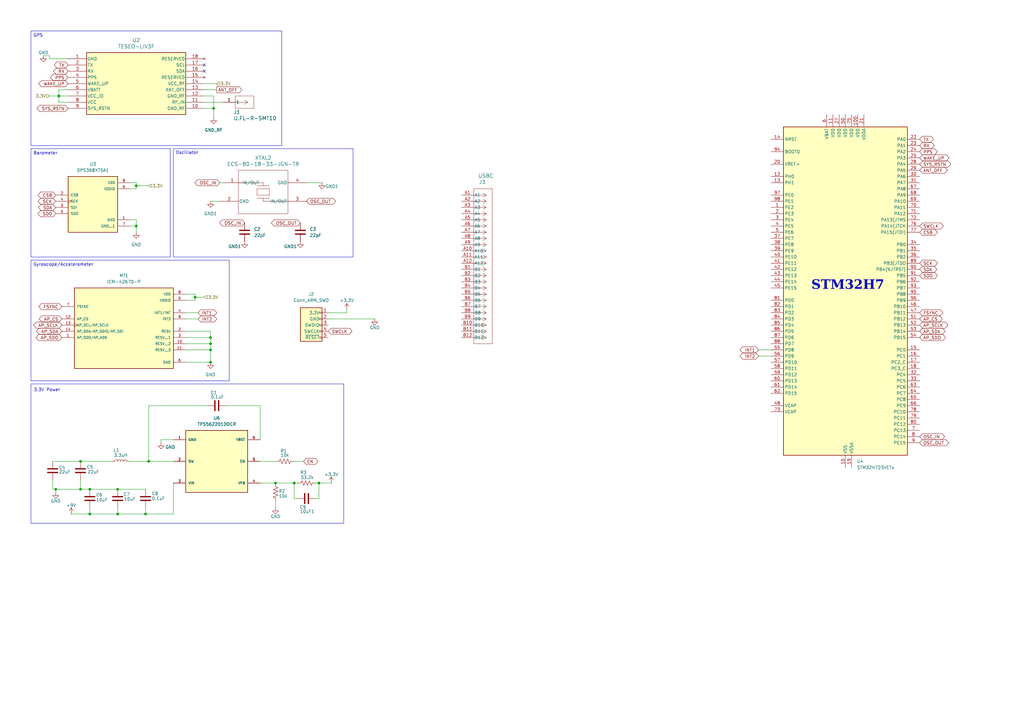
<source format=kicad_sch>
(kicad_sch (version 20250114) (generator "eeschema") (generator_version "9.0")
  (paper "A3")
  (lib_symbols
    (symbol "DPS368XTSA1:DPS368XTSA1" (pin_names (offset 1.016))
      (property "Reference" "U" (at -10.16 10.922 0))
      (property "Value" "DPS368XTSA1" (at -10.16 -15.24 0))
      (symbol "DPS368XTSA1_0_0"
        (rectangle (start -10.16 -12.7) (end 10.16 10.16) (stroke (width 0.254)) (fill (type background)))
        (pin input line (at -15.24 2.54 0) (length 5.08) (name "CSB") (number "2"))
        (pin input clock (at -15.24 0 0) (length 5.08) (name "SCK") (number "4"))
        (pin input line (at -15.24 -2.54 0) (length 5.08) (name "SDI") (number "3"))
        (pin output line (at -15.24 -5.08 0) (length 5.08) (name "SDO") (number "5"))
        (pin power_in line (at 15.24 7.62 180) (length 5.08) (name "VDD") (number "8"))
        (pin power_in line (at 15.24 5.08 180) (length 5.08) (name "VDDIO") (number "6"))
        (pin power_in line (at 15.24 -7.62 180) (length 5.08) (name "GND") (number "1"))
        (pin power_in line (at 15.24 -10.16 180) (length 5.08) (name "GND__1") (number "7"))
      )
    )
    (symbol "Device:C" (pin_numbers (hide yes)) (pin_names (offset 0.254))
      (property "Reference" "C" (at 0.635 2.54 0))
      (property "Value" "C" (at 0.635 -2.54 0))
      (symbol "C_0_1"
        (polyline (pts (xy -2.032 0.762) (xy 2.032 0.762)) (stroke (width 0.508)))
        (polyline (pts (xy -2.032 -0.762) (xy 2.032 -0.762)) (stroke (width 0.508)))
      )
      (symbol "C_1_1"
        (pin passive line (at 0 3.81 270) (length 2.794) (name "~") (number "1"))
        (pin passive line (at 0 -3.81 90) (length 2.794) (name "~") (number "2"))
      )
    )
    (symbol "Device:L" (pin_numbers (hide yes)) (pin_names (offset 1.016) (hide yes))
      (property "Reference" "L" (at -1.27 0 90))
      (property "Value" "L" (at 1.905 0 90))
      (symbol "L_0_1"
        (arc (start 0 2.54) (mid 0.6323 1.905) (end 0 1.27))
        (arc (start 0 1.27) (mid 0.6323 0.635) (end 0 0))
        (arc (start 0 0) (mid 0.6323 -0.635) (end 0 -1.27))
        (arc (start 0 -1.27) (mid 0.6323 -1.905) (end 0 -2.54))
      )
      (symbol "L_1_1"
        (pin passive line (at 0 3.81 270) (length 1.27) (name "1") (number "1"))
        (pin passive line (at 0 -3.81 90) (length 1.27) (name "2") (number "2"))
      )
    )
    (symbol "Device:R_US" (pin_numbers (hide yes)) (pin_names (offset 0))
      (property "Reference" "R" (at 2.54 0 90))
      (property "Value" "R_US" (at -2.54 0 90))
      (symbol "R_US_0_1"
        (polyline (pts (xy 0 2.286) (xy 0 2.54)))
        (polyline (pts (xy 0 2.286) (xy 1.016 1.905) (xy 0 1.524) (xy -1.016 1.143) (xy 0 0.762)))
        (polyline (pts (xy 0 0.762) (xy 1.016 0.381) (xy 0 0) (xy -1.016 -0.381) (xy 0 -0.762)))
        (polyline (pts (xy 0 -0.762) (xy 1.016 -1.143) (xy 0 -1.524) (xy -1.016 -1.905) (xy 0 -2.286)))
        (polyline (pts (xy 0 -2.286) (xy 0 -2.54)))
      )
      (symbol "R_US_1_1"
        (pin passive line (at 0 3.81 270) (length 1.27) (name "~") (number "1"))
        (pin passive line (at 0 -3.81 90) (length 1.27) (name "~") (number "2"))
      )
    )
    (symbol "ECS-80-18-33-JGN-TR_1" (pin_names (offset 0.254))
      (property "Reference" "XTAL" (at 17.78 10.16 0))
      (property "Value" "ECS-80-18-33-JGN-TR" (at 19.558 7.62 0))
      (symbol "ECS-80-18-33-JGN-TR_1_0_1"
        (polyline (pts (xy 7.62 5.08) (xy 7.62 -12.7)) (stroke (width 0.127)))
        (polyline (pts (xy 7.62 0) (xy 17.78 0)) (stroke (width 0.127)))
        (polyline (pts (xy 7.62 -12.7) (xy 27.94 -12.7)) (stroke (width 0.127)))
        (polyline (pts (xy 15.24 -1.27) (xy 20.32 -1.27)) (stroke (width 0.127)))
        (polyline (pts (xy 15.24 -2.54) (xy 15.24 -5.08)) (stroke (width 0.127)))
        (polyline (pts (xy 15.24 -2.54) (xy 20.32 -2.54)) (stroke (width 0.127)))
        (polyline (pts (xy 15.24 -5.08) (xy 20.32 -5.08)) (stroke (width 0.127)))
        (polyline (pts (xy 15.24 -6.35) (xy 20.32 -6.35)) (stroke (width 0.127)))
        (polyline (pts (xy 17.78 -1.27) (xy 17.78 0)) (stroke (width 0.127)))
        (polyline (pts (xy 17.78 -7.62) (xy 17.78 -6.35)) (stroke (width 0.127)))
        (polyline (pts (xy 20.32 -5.08) (xy 20.32 -2.54)) (stroke (width 0.127)))
        (polyline (pts (xy 27.94 5.08) (xy 7.62 5.08)) (stroke (width 0.127)))
        (polyline (pts (xy 27.94 -7.62) (xy 17.78 -7.62)) (stroke (width 0.127)))
        (polyline (pts (xy 27.94 -12.7) (xy 27.94 5.08)) (stroke (width 0.127)))
        (pin power_out line (at 0 -7.62 0) (length 7.62) (name "GND") (number "2"))
        (pin bidirectional line (at 1.27 0 0) (length 7.62) (name "IN/OUT") (number "1"))
      )
      (symbol "ECS-80-18-33-JGN-TR_1_1_1"
        (pin power_out line (at 35.56 0 180) (length 7.62) (name "GND") (number "4"))
        (pin bidirectional line (at 35.56 -7.62 180) (length 7.62) (name "IN/OUT") (number "3"))
      )
    )
    (symbol "ICM-42670-P:ICM-42670-P" (pin_names (offset 1.016))
      (property "Reference" "MT" (at -20.32 13.97 0))
      (property "Value" "ICM-42670-P" (at -20.32 -22.86 0))
      (symbol "ICM-42670-P_0_0"
        (rectangle (start -20.32 -20.32) (end 20.32 12.7) (stroke (width 0.254)) (fill (type background)))
        (pin input line (at -25.4 5.08 0) (length 5.08) (name "FSYNC") (number "7"))
        (pin input line (at -25.4 0 0) (length 5.08) (name "AP_CS") (number "12"))
        (pin input clock (at -25.4 -2.54 0) (length 5.08) (name "AP_SCL/AP_SCLK") (number "13"))
        (pin bidirectional line (at -25.4 -5.08 0) (length 5.08) (name "AP_SDA/AP_SDIO/AP_SDI") (number "14"))
        (pin bidirectional line (at -25.4 -7.62 0) (length 5.08) (name "AP_SDO/AP_AD0") (number "1"))
        (pin power_in line (at 25.4 10.16 180) (length 5.08) (name "VDD") (number "8"))
        (pin power_in line (at 25.4 7.62 180) (length 5.08) (name "VDDIO") (number "5"))
        (pin output line (at 25.4 2.54 180) (length 5.08) (name "INT1/INT") (number "4"))
        (pin output line (at 25.4 0 180) (length 5.08) (name "INT2") (number "9"))
        (pin passive line (at 25.4 -5.08 180) (length 5.08) (name "RESV") (number "2"))
        (pin passive line (at 25.4 -7.62 180) (length 5.08) (name "RESV__1") (number "3"))
        (pin passive line (at 25.4 -10.16 180) (length 5.08) (name "RESV__2") (number "10"))
        (pin passive line (at 25.4 -12.7 180) (length 5.08) (name "RESV__3") (number "11"))
        (pin power_in line (at 25.4 -17.78 180) (length 5.08) (name "GND") (number "6"))
      )
    )
    (symbol "MCU_ST_STM32H7:STM32H723VETx"
      (property "Reference" "U" (at -25.4 69.85 0))
      (property "Value" "STM32H723VETx" (at 10.16 69.85 0))
      (symbol "STM32H723VETx_0_1"
        (rectangle (start -25.4 -66.04) (end 25.4 68.58) (stroke (width 0.254)) (fill (type background)))
      )
      (symbol "STM32H723VETx_1_1"
        (pin input line (at -30.48 63.5 0) (length 5.08) (name "NRST") (number "14"))
        (pin input line (at -30.48 58.42 0) (length 5.08) (name "BOOT0") (number "94"))
        (pin input line (at -30.48 53.34 0) (length 5.08) (name "VREF+") (number "20"))
        (pin bidirectional line (at -30.48 48.26 0) (length 5.08) (name "PH0") (number "12"))
        (pin bidirectional line (at -30.48 45.72 0) (length 5.08) (name "PH1") (number "13"))
        (pin bidirectional line (at -30.48 40.64 0) (length 5.08) (name "PE0") (number "97"))
        (pin bidirectional line (at -30.48 38.1 0) (length 5.08) (name "PE1") (number "98"))
        (pin bidirectional line (at -30.48 35.56 0) (length 5.08) (name "PE2") (number "1"))
        (pin bidirectional line (at -30.48 33.02 0) (length 5.08) (name "PE3") (number "2"))
        (pin bidirectional line (at -30.48 30.48 0) (length 5.08) (name "PE4") (number "3"))
        (pin bidirectional line (at -30.48 27.94 0) (length 5.08) (name "PE5") (number "4"))
        (pin bidirectional line (at -30.48 25.4 0) (length 5.08) (name "PE6") (number "5"))
        (pin bidirectional line (at -30.48 22.86 0) (length 5.08) (name "PE7") (number "37"))
        (pin bidirectional line (at -30.48 20.32 0) (length 5.08) (name "PE8") (number "38"))
        (pin bidirectional line (at -30.48 17.78 0) (length 5.08) (name "PE9") (number "39"))
        (pin bidirectional line (at -30.48 15.24 0) (length 5.08) (name "PE10") (number "40"))
        (pin bidirectional line (at -30.48 12.7 0) (length 5.08) (name "PE11") (number "41"))
        (pin bidirectional line (at -30.48 10.16 0) (length 5.08) (name "PE12") (number "42"))
        (pin bidirectional line (at -30.48 7.62 0) (length 5.08) (name "PE13") (number "43"))
        (pin bidirectional line (at -30.48 5.08 0) (length 5.08) (name "PE14") (number "44"))
        (pin bidirectional line (at -30.48 2.54 0) (length 5.08) (name "PE15") (number "45"))
        (pin bidirectional line (at -30.48 -2.54 0) (length 5.08) (name "PD0") (number "81"))
        (pin bidirectional line (at -30.48 -5.08 0) (length 5.08) (name "PD1") (number "82"))
        (pin bidirectional line (at -30.48 -7.62 0) (length 5.08) (name "PD2") (number "83"))
        (pin bidirectional line (at -30.48 -10.16 0) (length 5.08) (name "PD3") (number "84"))
        (pin bidirectional line (at -30.48 -12.7 0) (length 5.08) (name "PD4") (number "85"))
        (pin bidirectional line (at -30.48 -15.24 0) (length 5.08) (name "PD5") (number "86"))
        (pin bidirectional line (at -30.48 -17.78 0) (length 5.08) (name "PD6") (number "87"))
        (pin bidirectional line (at -30.48 -20.32 0) (length 5.08) (name "PD7") (number "88"))
        (pin bidirectional line (at -30.48 -22.86 0) (length 5.08) (name "PD8") (number "55"))
        (pin bidirectional line (at -30.48 -25.4 0) (length 5.08) (name "PD9") (number "56"))
        (pin bidirectional line (at -30.48 -27.94 0) (length 5.08) (name "PD10") (number "57"))
        (pin bidirectional line (at -30.48 -30.48 0) (length 5.08) (name "PD11") (number "58"))
        (pin bidirectional line (at -30.48 -33.02 0) (length 5.08) (name "PD12") (number "59"))
        (pin bidirectional line (at -30.48 -35.56 0) (length 5.08) (name "PD13") (number "60"))
        (pin bidirectional line (at -30.48 -38.1 0) (length 5.08) (name "PD14") (number "61"))
        (pin bidirectional line (at -30.48 -40.64 0) (length 5.08) (name "PD15") (number "62"))
        (pin power_out line (at -30.48 -45.72 0) (length 5.08) (name "VCAP") (number "48"))
        (pin power_out line (at -30.48 -48.26 0) (length 5.08) (name "VCAP") (number "73"))
        (pin power_in line (at -7.62 73.66 270) (length 5.08) (name "VBAT") (number "6"))
        (pin power_in line (at -5.08 73.66 270) (length 5.08) (name "VDD") (number "11"))
        (pin power_in line (at -2.54 73.66 270) (length 5.08) (name "VDD") (number "27"))
        (pin power_in line (at 0 73.66 270) (length 5.08) (name "VDD") (number "50"))
        (pin power_in line (at 0 -71.12 90) (length 5.08) (name "VSS") (number "10"))
        (pin passive line (at 0 -71.12 90) (length 5.08) (hide yes) (name "VSS") (number "26"))
        (pin passive line (at 0 -71.12 90) (length 5.08) (hide yes) (name "VSS") (number "49"))
        (pin passive line (at 0 -71.12 90) (length 5.08) (hide yes) (name "VSS") (number "74"))
        (pin passive line (at 0 -71.12 90) (length 5.08) (hide yes) (name "VSS") (number "99"))
        (pin power_in line (at 2.54 73.66 270) (length 5.08) (name "VDD") (number "75"))
        (pin power_in line (at 2.54 -71.12 90) (length 5.08) (name "VSSA") (number "19"))
        (pin power_in line (at 5.08 73.66 270) (length 5.08) (name "VDD") (number "100"))
        (pin power_in line (at 7.62 73.66 270) (length 5.08) (name "VDDA") (number "21"))
        (pin bidirectional line (at 30.48 63.5 180) (length 5.08) (name "PA0") (number "22"))
        (pin bidirectional line (at 30.48 60.96 180) (length 5.08) (name "PA1") (number "23"))
        (pin bidirectional line (at 30.48 58.42 180) (length 5.08) (name "PA2") (number "24"))
        (pin bidirectional line (at 30.48 55.88 180) (length 5.08) (name "PA3") (number "25"))
        (pin bidirectional line (at 30.48 53.34 180) (length 5.08) (name "PA4") (number "28"))
        (pin bidirectional line (at 30.48 50.8 180) (length 5.08) (name "PA5") (number "29"))
        (pin bidirectional line (at 30.48 48.26 180) (length 5.08) (name "PA6") (number "30"))
        (pin bidirectional line (at 30.48 45.72 180) (length 5.08) (name "PA7") (number "31"))
        (pin bidirectional line (at 30.48 43.18 180) (length 5.08) (name "PA8") (number "67"))
        (pin bidirectional line (at 30.48 40.64 180) (length 5.08) (name "PA9") (number "68"))
        (pin bidirectional line (at 30.48 38.1 180) (length 5.08) (name "PA10") (number "69"))
        (pin bidirectional line (at 30.48 35.56 180) (length 5.08) (name "PA11") (number "70"))
        (pin bidirectional line (at 30.48 33.02 180) (length 5.08) (name "PA12") (number "71"))
        (pin bidirectional line (at 30.48 30.48 180) (length 5.08) (name "PA13(JTMS") (number "72"))
        (pin bidirectional line (at 30.48 27.94 180) (length 5.08) (name "PA14(JTCK") (number "76"))
        (pin bidirectional line (at 30.48 25.4 180) (length 5.08) (name "PA15(JTDI)") (number "77"))
        (pin bidirectional line (at 30.48 20.32 180) (length 5.08) (name "PB0") (number "34"))
        (pin bidirectional line (at 30.48 17.78 180) (length 5.08) (name "PB1") (number "35"))
        (pin bidirectional line (at 30.48 15.24 180) (length 5.08) (name "PB2") (number "36"))
        (pin bidirectional line (at 30.48 12.7 180) (length 5.08) (name "PB3(JTDO") (number "89"))
        (pin bidirectional line (at 30.48 10.16 180) (length 5.08) (name "PB4(NJTRST)") (number "90"))
        (pin bidirectional line (at 30.48 7.62 180) (length 5.08) (name "PB5") (number "91"))
        (pin bidirectional line (at 30.48 5.08 180) (length 5.08) (name "PB6") (number "92"))
        (pin bidirectional line (at 30.48 2.54 180) (length 5.08) (name "PB7") (number "93"))
        (pin bidirectional line (at 30.48 0 180) (length 5.08) (name "PB8") (number "95"))
        (pin bidirectional line (at 30.48 -2.54 180) (length 5.08) (name "PB9") (number "96"))
        (pin bidirectional line (at 30.48 -5.08 180) (length 5.08) (name "PB10") (number "46"))
        (pin bidirectional line (at 30.48 -7.62 180) (length 5.08) (name "PB11") (number "47"))
        (pin bidirectional line (at 30.48 -10.16 180) (length 5.08) (name "PB12") (number "51"))
        (pin bidirectional line (at 30.48 -12.7 180) (length 5.08) (name "PB13") (number "52"))
        (pin bidirectional line (at 30.48 -15.24 180) (length 5.08) (name "PB14") (number "53"))
        (pin bidirectional line (at 30.48 -17.78 180) (length 5.08) (name "PB15") (number "54"))
        (pin bidirectional line (at 30.48 -22.86 180) (length 5.08) (name "PC0") (number "15"))
        (pin bidirectional line (at 30.48 -25.4 180) (length 5.08) (name "PC1") (number "16"))
        (pin bidirectional line (at 30.48 -27.94 180) (length 5.08) (name "PC2_C") (number "17"))
        (pin bidirectional line (at 30.48 -30.48 180) (length 5.08) (name "PC3_C") (number "18"))
        (pin bidirectional line (at 30.48 -33.02 180) (length 5.08) (name "PC4") (number "32"))
        (pin bidirectional line (at 30.48 -35.56 180) (length 5.08) (name "PC5") (number "33"))
        (pin bidirectional line (at 30.48 -38.1 180) (length 5.08) (name "PC6") (number "63"))
        (pin bidirectional line (at 30.48 -40.64 180) (length 5.08) (name "PC7") (number "64"))
        (pin bidirectional line (at 30.48 -43.18 180) (length 5.08) (name "PC8") (number "65"))
        (pin bidirectional line (at 30.48 -45.72 180) (length 5.08) (name "PC9") (number "66"))
        (pin bidirectional line (at 30.48 -48.26 180) (length 5.08) (name "PC10") (number "78"))
        (pin bidirectional line (at 30.48 -50.8 180) (length 5.08) (name "PC11") (number "79"))
        (pin bidirectional line (at 30.48 -53.34 180) (length 5.08) (name "PC12") (number "80"))
        (pin bidirectional line (at 30.48 -55.88 180) (length 5.08) (name "PC13") (number "7"))
        (pin bidirectional line (at 30.48 -58.42 180) (length 5.08) (name "PC14") (number "8"))
        (pin bidirectional line (at 30.48 -60.96 180) (length 5.08) (name "PC15") (number "9"))
      )
    )
    (symbol "SWD:Conn_ARM_JTAG_SWD_10" (pin_names (offset 1.016))
      (property "Reference" "J" (at 0.762 15.748 0))
      (property "Value" "Conn_ARM_SWD" (at 0.762 13.208 0))
      (symbol "Conn_ARM_JTAG_SWD_10_0_1"
        (rectangle (start -13.97 10.922) (end -5.08 -2.794) (stroke (width 0.254)) (fill (type background)))
        (rectangle (start -6.096 6.604) (end -5.08 6.096))
        (rectangle (start -6.096 3.556) (end -5.08 4.064))
        (rectangle (start -6.096 -1.016) (end -5.08 -1.524))
        (rectangle (start -5.08 9.144) (end -6.096 8.636))
        (rectangle (start -5.08 1.016) (end -6.096 1.524))
      )
      (symbol "Conn_ARM_JTAG_SWD_10_1_1"
        (pin power_in line (at -2.54 8.89 180) (length 2.54) (name "3.3V") (number "1"))
        (pin power_in line (at -2.54 6.35 180) (length 2.54) (name "GND") (number "2"))
        (pin output line (at -2.54 3.81 180) (length 2.54) (name "SWDIO") (number "3"))
        (pin bidirectional line (at -2.54 1.27 180) (length 2.54) (name "SWCLK") (number "4"))
        (pin open_collector line (at -2.54 -1.27 180) (length 2.54) (name "~{RESET}") (number "5"))
      )
    )
    (symbol "TESEO-LIV3F:TESEO-LIV3F" (pin_names (offset 0.254))
      (property "Reference" "U" (at 27.94 10.16 0))
      (property "Value" "TESEO-LIV3F" (at 27.94 7.62 0))
      (symbol "TESEO-LIV3F_0_1"
        (pin power_out line (at 0 0 0) (length 7.62) (name "GND") (number "1"))
        (pin output line (at 0 -2.54 0) (length 7.62) (name "TX") (number "2"))
        (pin input line (at 0 -5.08 0) (length 7.62) (name "RX") (number "3"))
        (pin output line (at 0 -7.62 0) (length 7.62) (name "PPS") (number "4"))
        (pin input line (at 0 -10.16 0) (length 7.62) (name "WAKE_UP") (number "5"))
        (pin power_in line (at 0 -12.7 0) (length 7.62) (name "VBATT") (number "6"))
        (pin power_in line (at 0 -15.24 0) (length 7.62) (name "VCC_IO") (number "7"))
        (pin power_in line (at 0 -17.78 0) (length 7.62) (name "VCC") (number "8"))
        (pin input line (at 0 -20.32 0) (length 7.62) (name "SYS_RSTN") (number "9"))
        (pin no_connect line (at 55.88 0 180) (length 7.62) (name "RESERVED") (number "18"))
        (pin bidirectional line (at 55.88 -2.54 180) (length 7.62) (name "SCL") (number "17"))
        (pin bidirectional line (at 55.88 -5.08 180) (length 7.62) (name "SDA") (number "16"))
        (pin no_connect line (at 55.88 -7.62 180) (length 7.62) (name "RESERVED") (number "15"))
        (pin output line (at 55.88 -10.16 180) (length 7.62) (name "VCC_RF") (number "14"))
        (pin output line (at 55.88 -12.7 180) (length 7.62) (name "ANT_OFF") (number "13"))
        (pin power_out line (at 55.88 -15.24 180) (length 7.62) (name "GND_RF") (number "12"))
        (pin input line (at 55.88 -17.78 180) (length 7.62) (name "RF_IN") (number "11"))
        (pin power_out line (at 55.88 -20.32 180) (length 7.62) (name "GND_RF") (number "10"))
      )
      (symbol "TESEO-LIV3F_1_1"
        (rectangle (start 7.62 2.54) (end 48.26 -22.86) (stroke (width 0.254)) (fill (type background)))
      )
    )
    (symbol "TPS562201DDCR_1" (pin_names (offset 1.016))
      (property "Reference" "U" (at -12.7 13.7 0))
      (property "Value" "TPS562201DDCR" (at -12.7 -16.7 0))
      (symbol "TPS562201DDCR_1_0_0"
        (rectangle (start -12.7 12.7) (end 12.7 -12.7) (stroke (width 0.254)) (fill (type background)))
        (pin power_in line (at -17.78 8.89 0) (length 5.08) (name "GND") (number "1"))
        (pin bidirectional line (at -17.78 0 0) (length 5.08) (name "SW") (number "2"))
        (pin power_in line (at -17.78 -8.89 0) (length 5.08) (name "VIN") (number "3"))
        (pin input line (at 17.78 8.89 180) (length 5.08) (name "VBST") (number "6"))
        (pin input line (at 17.78 0 180) (length 5.08) (name "EN") (number "5"))
        (pin input line (at 17.78 -8.89 180) (length 5.08) (name "VFB") (number "4"))
      )
    )
    (symbol "U.FL_CONN_v.UL:U.FL-R-SMT10" (pin_names (offset 0.254))
      (property "Reference" "J" (at 8.89 4.318 0))
      (property "Value" "U.FL-R-SMT10" (at 0.254 9.144 0))
      (symbol "U.FL-R-SMT10_1_1"
        (polyline (pts (xy 5.08 2.54) (xy 5.08 -2.54)) (stroke (width 0.127)))
        (polyline (pts (xy 5.08 -2.54) (xy 12.7 -2.54)) (stroke (width 0.127)))
        (polyline (pts (xy 10.16 0) (xy 5.08 0)) (stroke (width 0.127)))
        (polyline (pts (xy 10.16 0) (xy 8.89 0.8467)) (stroke (width 0.127)))
        (polyline (pts (xy 10.16 0) (xy 8.89 -0.8467)) (stroke (width 0.127)))
        (polyline (pts (xy 12.7 2.54) (xy 5.08 2.54)) (stroke (width 0.127)))
        (polyline (pts (xy 12.7 -2.54) (xy 12.7 2.54)) (stroke (width 0.127)))
        (pin unspecified line (at 0 0 0) (length 5.08) (name "1") (number "1"))
      )
      (symbol "U.FL-R-SMT10_1_2"
        (polyline (pts (xy 5.08 2.54) (xy 5.08 -2.54)) (stroke (width 0.127)))
        (polyline (pts (xy 5.08 -2.54) (xy 12.7 -2.54)) (stroke (width 0.127)))
        (polyline (pts (xy 7.62 0) (xy 5.08 0)) (stroke (width 0.127)))
        (polyline (pts (xy 7.62 0) (xy 8.89 0.8467)) (stroke (width 0.127)))
        (polyline (pts (xy 7.62 0) (xy 8.89 -0.8467)) (stroke (width 0.127)))
        (polyline (pts (xy 12.7 2.54) (xy 5.08 2.54)) (stroke (width 0.127)))
        (polyline (pts (xy 12.7 -2.54) (xy 12.7 2.54)) (stroke (width 0.127)))
        (pin unspecified line (at 0 0 0) (length 5.08) (name "1") (number "1"))
      )
    )
    (symbol "power:+3.3V" (power) (pin_numbers (hide yes)) (pin_names (offset 0) (hide yes))
      (property "Value" "+3.3V" (at 0 3.556 0))
      (symbol "+3.3V_0_1"
        (polyline (pts (xy -0.762 1.27) (xy 0 2.54)))
        (polyline (pts (xy 0 2.54) (xy 0.762 1.27)))
        (polyline (pts (xy 0 0) (xy 0 2.54)))
      )
      (symbol "+3.3V_1_1"
        (pin power_in line (at 0 0 90) (length 0) (name "~") (number "1"))
      )
    )
    (symbol "power:+9V" (power) (pin_numbers (hide yes)) (pin_names (offset 0) (hide yes))
      (property "Value" "+9V" (at 0 3.556 0))
      (symbol "+9V_0_1"
        (polyline (pts (xy -0.762 1.27) (xy 0 2.54)))
        (polyline (pts (xy 0 2.54) (xy 0.762 1.27)))
        (polyline (pts (xy 0 0) (xy 0 2.54)))
      )
      (symbol "+9V_1_1"
        (pin power_in line (at 0 0 90) (length 0) (name "~") (number "1"))
      )
    )
    (symbol "power:GND" (power) (pin_numbers (hide yes)) (pin_names (offset 0) (hide yes))
      (property "Value" "GND" (at 0 -3.81 0))
      (symbol "GND_0_1"
        (polyline (pts (xy 0 0) (xy 0 -1.27) (xy 1.27 -1.27) (xy 0 -2.54) (xy -1.27 -1.27) (xy 0 -1.27)))
      )
      (symbol "GND_1_1"
        (pin power_in line (at 0 0 270) (length 0) (name "~") (number "1"))
      )
    )
    (symbol "power:GND1" (power) (pin_numbers (hide yes)) (pin_names (offset 0) (hide yes))
      (property "Value" "GND1" (at 0 -3.81 0))
      (symbol "GND1_0_1"
        (polyline (pts (xy 0 0) (xy 0 -1.27) (xy 1.27 -1.27) (xy 0 -2.54) (xy -1.27 -1.27) (xy 0 -1.27)))
      )
      (symbol "GND1_1_1"
        (pin power_in line (at 0 0 270) (length 0) (name "~") (number "1"))
      )
    )
    (symbol "usbc:1054500101" (pin_names (offset 0.254))
      (property "Reference" "J" (at 8.89 6.35 0))
      (property "Value" "1054500101" (at 1.016 4.826 0))
      (symbol "1054500101_0_1"
        (polyline (pts (xy 5.08 2.54) (xy 5.08 -60.96)) (stroke (width 0.127)))
        (polyline (pts (xy 5.08 -60.96) (xy 12.7 -60.96)) (stroke (width 0.127)))
        (polyline (pts (xy 10.16 0) (xy 5.08 0)) (stroke (width 0.127)))
        (polyline (pts (xy 10.16 0) (xy 8.89 0.8467)) (stroke (width 0.127)))
        (polyline (pts (xy 10.16 0) (xy 8.89 -0.8467)) (stroke (width 0.127)))
        (polyline (pts (xy 10.16 -2.54) (xy 5.08 -2.54)) (stroke (width 0.127)))
        (polyline (pts (xy 10.16 -2.54) (xy 8.89 -1.6933)) (stroke (width 0.127)))
        (polyline (pts (xy 10.16 -2.54) (xy 8.89 -3.3867)) (stroke (width 0.127)))
        (polyline (pts (xy 10.16 -5.08) (xy 5.08 -5.08)) (stroke (width 0.127)))
        (polyline (pts (xy 10.16 -5.08) (xy 8.89 -4.2333)) (stroke (width 0.127)))
        (polyline (pts (xy 10.16 -5.08) (xy 8.89 -5.9267)) (stroke (width 0.127)))
        (polyline (pts (xy 10.16 -7.62) (xy 5.08 -7.62)) (stroke (width 0.127)))
        (polyline (pts (xy 10.16 -7.62) (xy 8.89 -6.7733)) (stroke (width 0.127)))
        (polyline (pts (xy 10.16 -7.62) (xy 8.89 -8.4667)) (stroke (width 0.127)))
        (polyline (pts (xy 10.16 -10.16) (xy 5.08 -10.16)) (stroke (width 0.127)))
        (polyline (pts (xy 10.16 -10.16) (xy 8.89 -9.3133)) (stroke (width 0.127)))
        (polyline (pts (xy 10.16 -10.16) (xy 8.89 -11.0067)) (stroke (width 0.127)))
        (polyline (pts (xy 10.16 -12.7) (xy 5.08 -12.7)) (stroke (width 0.127)))
        (polyline (pts (xy 10.16 -12.7) (xy 8.89 -11.8533)) (stroke (width 0.127)))
        (polyline (pts (xy 10.16 -12.7) (xy 8.89 -13.5467)) (stroke (width 0.127)))
        (polyline (pts (xy 10.16 -15.24) (xy 5.08 -15.24)) (stroke (width 0.127)))
        (polyline (pts (xy 10.16 -15.24) (xy 8.89 -14.3933)) (stroke (width 0.127)))
        (polyline (pts (xy 10.16 -15.24) (xy 8.89 -16.0867)) (stroke (width 0.127)))
        (polyline (pts (xy 10.16 -17.78) (xy 5.08 -17.78)) (stroke (width 0.127)))
        (polyline (pts (xy 10.16 -17.78) (xy 8.89 -16.9333)) (stroke (width 0.127)))
        (polyline (pts (xy 10.16 -17.78) (xy 8.89 -18.6267)) (stroke (width 0.127)))
        (polyline (pts (xy 10.16 -20.32) (xy 5.08 -20.32)) (stroke (width 0.127)))
        (polyline (pts (xy 10.16 -20.32) (xy 8.89 -19.4733)) (stroke (width 0.127)))
        (polyline (pts (xy 10.16 -20.32) (xy 8.89 -21.1667)) (stroke (width 0.127)))
        (polyline (pts (xy 10.16 -22.86) (xy 5.08 -22.86)) (stroke (width 0.127)))
        (polyline (pts (xy 10.16 -22.86) (xy 8.89 -22.0133)) (stroke (width 0.127)))
        (polyline (pts (xy 10.16 -22.86) (xy 8.89 -23.7067)) (stroke (width 0.127)))
        (polyline (pts (xy 10.16 -25.4) (xy 5.08 -25.4)) (stroke (width 0.127)))
        (polyline (pts (xy 10.16 -25.4) (xy 8.89 -24.5533)) (stroke (width 0.127)))
        (polyline (pts (xy 10.16 -25.4) (xy 8.89 -26.2467)) (stroke (width 0.127)))
        (polyline (pts (xy 10.16 -27.94) (xy 5.08 -27.94)) (stroke (width 0.127)))
        (polyline (pts (xy 10.16 -27.94) (xy 8.89 -27.0933)) (stroke (width 0.127)))
        (polyline (pts (xy 10.16 -27.94) (xy 8.89 -28.7867)) (stroke (width 0.127)))
        (polyline (pts (xy 10.16 -30.48) (xy 5.08 -30.48)) (stroke (width 0.127)))
        (polyline (pts (xy 10.16 -30.48) (xy 8.89 -29.6333)) (stroke (width 0.127)))
        (polyline (pts (xy 10.16 -30.48) (xy 8.89 -31.3267)) (stroke (width 0.127)))
        (polyline (pts (xy 10.16 -33.02) (xy 5.08 -33.02)) (stroke (width 0.127)))
        (polyline (pts (xy 10.16 -33.02) (xy 8.89 -32.1733)) (stroke (width 0.127)))
        (polyline (pts (xy 10.16 -33.02) (xy 8.89 -33.8667)) (stroke (width 0.127)))
        (polyline (pts (xy 10.16 -35.56) (xy 5.08 -35.56)) (stroke (width 0.127)))
        (polyline (pts (xy 10.16 -35.56) (xy 8.89 -34.7133)) (stroke (width 0.127)))
        (polyline (pts (xy 10.16 -35.56) (xy 8.89 -36.4067)) (stroke (width 0.127)))
        (polyline (pts (xy 10.16 -38.1) (xy 5.08 -38.1)) (stroke (width 0.127)))
        (polyline (pts (xy 10.16 -38.1) (xy 8.89 -37.2533)) (stroke (width 0.127)))
        (polyline (pts (xy 10.16 -38.1) (xy 8.89 -38.9467)) (stroke (width 0.127)))
        (polyline (pts (xy 10.16 -40.64) (xy 5.08 -40.64)) (stroke (width 0.127)))
        (polyline (pts (xy 10.16 -40.64) (xy 8.89 -39.7933)) (stroke (width 0.127)))
        (polyline (pts (xy 10.16 -40.64) (xy 8.89 -41.4867)) (stroke (width 0.127)))
        (polyline (pts (xy 10.16 -43.18) (xy 5.08 -43.18)) (stroke (width 0.127)))
        (polyline (pts (xy 10.16 -43.18) (xy 8.89 -42.3333)) (stroke (width 0.127)))
        (polyline (pts (xy 10.16 -43.18) (xy 8.89 -44.0267)) (stroke (width 0.127)))
        (polyline (pts (xy 10.16 -45.72) (xy 5.08 -45.72)) (stroke (width 0.127)))
        (polyline (pts (xy 10.16 -45.72) (xy 8.89 -44.8733)) (stroke (width 0.127)))
        (polyline (pts (xy 10.16 -45.72) (xy 8.89 -46.5667)) (stroke (width 0.127)))
        (polyline (pts (xy 10.16 -48.26) (xy 5.08 -48.26)) (stroke (width 0.127)))
        (polyline (pts (xy 10.16 -48.26) (xy 8.89 -47.4133)) (stroke (width 0.127)))
        (polyline (pts (xy 10.16 -48.26) (xy 8.89 -49.1067)) (stroke (width 0.127)))
        (polyline (pts (xy 10.16 -50.8) (xy 5.08 -50.8)) (stroke (width 0.127)))
        (polyline (pts (xy 10.16 -50.8) (xy 8.89 -49.9533)) (stroke (width 0.127)))
        (polyline (pts (xy 10.16 -50.8) (xy 8.89 -51.6467)) (stroke (width 0.127)))
        (polyline (pts (xy 10.16 -53.34) (xy 5.08 -53.34)) (stroke (width 0.127)))
        (polyline (pts (xy 10.16 -53.34) (xy 8.89 -52.4933)) (stroke (width 0.127)))
        (polyline (pts (xy 10.16 -53.34) (xy 8.89 -54.1867)) (stroke (width 0.127)))
        (polyline (pts (xy 10.16 -55.88) (xy 5.08 -55.88)) (stroke (width 0.127)))
        (polyline (pts (xy 10.16 -55.88) (xy 8.89 -55.0333)) (stroke (width 0.127)))
        (polyline (pts (xy 10.16 -55.88) (xy 8.89 -56.7267)) (stroke (width 0.127)))
        (polyline (pts (xy 10.16 -58.42) (xy 5.08 -58.42)) (stroke (width 0.127)))
        (polyline (pts (xy 10.16 -58.42) (xy 8.89 -57.5733)) (stroke (width 0.127)))
        (polyline (pts (xy 10.16 -58.42) (xy 8.89 -59.2667)) (stroke (width 0.127)))
        (polyline (pts (xy 12.7 2.54) (xy 5.08 2.54)) (stroke (width 0.127)))
        (polyline (pts (xy 12.7 -60.96) (xy 12.7 2.54)) (stroke (width 0.127)))
        (pin unspecified line (at 0 0 0) (length 5.08) (name "A1") (number "A1"))
        (pin unspecified line (at 0 -2.54 0) (length 5.08) (name "A2") (number "A2"))
        (pin unspecified line (at 0 -5.08 0) (length 5.08) (name "A3") (number "A3"))
        (pin unspecified line (at 0 -7.62 0) (length 5.08) (name "A4") (number "A4"))
        (pin unspecified line (at 0 -10.16 0) (length 5.08) (name "A5") (number "A5"))
        (pin unspecified line (at 0 -12.7 0) (length 5.08) (name "A6") (number "A6"))
        (pin unspecified line (at 0 -15.24 0) (length 5.08) (name "A7") (number "A7"))
        (pin unspecified line (at 0 -17.78 0) (length 5.08) (name "A8") (number "A8"))
        (pin unspecified line (at 0 -20.32 0) (length 5.08) (name "A9") (number "A9"))
        (pin unspecified line (at 0 -22.86 0) (length 5.08) (name "A10") (number "A10"))
        (pin unspecified line (at 0 -25.4 0) (length 5.08) (name "A11") (number "A11"))
        (pin unspecified line (at 0 -27.94 0) (length 5.08) (name "A12") (number "A12"))
        (pin unspecified line (at 0 -30.48 0) (length 5.08) (name "B1") (number "B1"))
        (pin unspecified line (at 0 -33.02 0) (length 5.08) (name "B2") (number "B2"))
        (pin unspecified line (at 0 -35.56 0) (length 5.08) (name "B3") (number "B3"))
        (pin unspecified line (at 0 -38.1 0) (length 5.08) (name "B4") (number "B4"))
        (pin unspecified line (at 0 -40.64 0) (length 5.08) (name "B5") (number "B5"))
        (pin unspecified line (at 0 -43.18 0) (length 5.08) (name "B6") (number "B6"))
        (pin unspecified line (at 0 -45.72 0) (length 5.08) (name "B7") (number "B7"))
        (pin unspecified line (at 0 -48.26 0) (length 5.08) (name "B8") (number "B8"))
        (pin unspecified line (at 0 -50.8 0) (length 5.08) (name "B9") (number "B9"))
        (pin unspecified line (at 0 -53.34 0) (length 5.08) (name "B10") (number "B10"))
        (pin unspecified line (at 0 -55.88 0) (length 5.08) (name "B11") (number "B11"))
        (pin unspecified line (at 0 -58.42 0) (length 5.08) (name "B12") (number "B12"))
      )
    )
  )
  (rectangle (start 71.12 60.96) (end 144.78 105.41))
  (rectangle (start 12.7 157.48) (end 140.97 214.63))
  (text "3.3V Power\n" (at 19.304 160.02 0) (effects (font (size 1.27 1.27))))
  (text "STM32H7" (at 347.726 118.11 0) (effects (font (size 3.81 3.81) (bold yes))))
  (text "Oscillator\n" (at 76.708 62.738 0) (effects (font (size 1.27 1.27))))
  (text_box "GPS\n" (at 12.7 12.7 0) (size 102.87 46.99) (margins 0.9525 0.9525 0.9525 0.9525) (effects (font (size 1.27 1.27)) (justify left top)))
  (text_box "Barometer\n" (at 12.7 60.96 0) (size 57.15 44.45) (margins 0.9525 0.9525 0.9525 0.9525) (effects (font (size 1.27 1.27)) (justify left top)))
  (text_box "Gyroscope/Accelerometer\n" (at 12.7 106.68 0) (size 81.28 49.53) (margins 0.9525 0.9525 0.9525 0.9525) (effects (font (size 1.27 1.27)) (justify left top)))
  (junction (at 130.81 198.12))
  (junction (at 113.03 198.12))
  (junction (at 55.88 92.71))
  (junction (at 59.69 210.82))
  (junction (at 80.01 121.92))
  (junction (at 120.65 198.12))
  (junction (at 22.86 200.66))
  (junction (at 60.96 189.23))
  (junction (at 24.13 39.37))
  (junction (at 87.63 44.45))
  (junction (at 33.02 189.23))
  (junction (at 48.26 200.66))
  (junction (at 33.02 200.66))
  (junction (at 36.83 210.82))
  (junction (at 48.26 210.82))
  (junction (at 86.36 138.43))
  (junction (at 86.36 148.59))
  (junction (at 36.83 200.66))
  (junction (at 86.36 143.51))
  (junction (at 55.88 76.2))
  (junction (at 86.36 140.97))
  (no_connect (at 83.82 29.21))
  (no_connect (at 83.82 26.67))
  (wire (pts (xy 76.2 138.43) (xy 86.36 138.43)))
  (wire (pts (xy 83.82 44.45) (xy 87.63 44.45)))
  (wire (pts (xy 106.68 180.34) (xy 106.68 166.37)))
  (wire (pts (xy 53.34 74.93) (xy 55.88 74.93)))
  (wire (pts (xy 83.82 39.37) (xy 87.63 39.37)))
  (wire (pts (xy 86.36 140.97) (xy 86.36 143.51)))
  (wire (pts (xy 106.68 198.12) (xy 113.03 198.12)))
  (wire (pts (xy 20.32 24.13) (xy 27.94 24.13)))
  (wire (pts (xy 66.04 180.34) (xy 66.04 181.61)))
  (wire (pts (xy 59.69 208.28) (xy 59.69 210.82)))
  (wire (pts (xy 76.2 123.19) (xy 80.01 123.19)))
  (wire (pts (xy 80.01 121.92) (xy 83.82 121.92)))
  (wire (pts (xy 21.59 200.66) (xy 22.86 200.66)))
  (wire (pts (xy 22.86 200.66) (xy 33.02 200.66)))
  (wire (pts (xy 142.24 128.27) (xy 142.24 127)))
  (wire (pts (xy 36.83 210.82) (xy 48.26 210.82)))
  (wire (pts (xy 33.02 200.66) (xy 36.83 200.66)))
  (wire (pts (xy 83.82 41.91) (xy 91.44 41.91)))
  (wire (pts (xy 55.88 92.71) (xy 55.88 95.25)))
  (wire (pts (xy 48.26 200.66) (xy 59.69 200.66)))
  (wire (pts (xy 134.62 128.27) (xy 142.24 128.27)))
  (wire (pts (xy 125.73 74.93) (xy 132.08 74.93)))
  (wire (pts (xy 86.36 82.55) (xy 90.17 82.55)))
  (wire (pts (xy 24.13 41.91) (xy 27.94 41.91)))
  (wire (pts (xy 76.2 148.59) (xy 86.36 148.59)))
  (wire (pts (xy 71.12 180.34) (xy 66.04 180.34)))
  (wire (pts (xy 120.65 189.23) (xy 124.46 189.23)))
  (wire (pts (xy 24.13 39.37) (xy 27.94 39.37)))
  (wire (pts (xy 55.88 77.47) (xy 55.88 76.2)))
  (wire (pts (xy 21.59 189.23) (xy 33.02 189.23)))
  (wire (pts (xy 106.68 189.23) (xy 113.03 189.23)))
  (wire (pts (xy 24.13 39.37) (xy 24.13 41.91)))
  (wire (pts (xy 53.34 90.17) (xy 55.88 90.17)))
  (wire (pts (xy 76.2 130.81) (xy 81.28 130.81)))
  (wire (pts (xy 20.32 22.86) (xy 20.32 24.13)))
  (wire (pts (xy 120.65 198.12) (xy 120.65 204.47)))
  (wire (pts (xy 83.82 36.83) (xy 88.9 36.83)))
  (wire (pts (xy 76.2 128.27) (xy 81.28 128.27)))
  (wire (pts (xy 113.03 198.12) (xy 120.65 198.12)))
  (wire (pts (xy 130.81 204.47) (xy 130.81 198.12)))
  (wire (pts (xy 53.34 92.71) (xy 55.88 92.71)))
  (wire (pts (xy 33.02 189.23) (xy 45.72 189.23)))
  (wire (pts (xy 85.09 166.37) (xy 60.96 166.37)))
  (wire (pts (xy 90.17 74.93) (xy 91.44 74.93)))
  (wire (pts (xy 129.54 198.12) (xy 130.81 198.12)))
  (wire (pts (xy 71.12 210.82) (xy 59.69 210.82)))
  (wire (pts (xy 134.62 130.81) (xy 153.67 130.81)))
  (wire (pts (xy 76.2 135.89) (xy 86.36 135.89)))
  (wire (pts (xy 86.36 143.51) (xy 86.36 148.59)))
  (wire (pts (xy 24.13 39.37) (xy 24.13 36.83)))
  (wire (pts (xy 76.2 120.65) (xy 80.01 120.65)))
  (wire (pts (xy 311.15 146.05) (xy 316.23 146.05)))
  (wire (pts (xy 20.32 39.37) (xy 24.13 39.37)))
  (wire (pts (xy 55.88 76.2) (xy 60.96 76.2)))
  (wire (pts (xy 120.65 198.12) (xy 121.92 198.12)))
  (wire (pts (xy 33.02 196.85) (xy 33.02 200.66)))
  (wire (pts (xy 48.26 208.28) (xy 48.26 210.82)))
  (wire (pts (xy 48.26 210.82) (xy 59.69 210.82)))
  (wire (pts (xy 130.81 198.12) (xy 135.89 198.12)))
  (wire (pts (xy 22.86 200.66) (xy 22.86 201.93)))
  (wire (pts (xy 55.88 74.93) (xy 55.88 76.2)))
  (wire (pts (xy 86.36 135.89) (xy 86.36 138.43)))
  (wire (pts (xy 60.96 166.37) (xy 60.96 189.23)))
  (wire (pts (xy 60.96 189.23) (xy 71.12 189.23)))
  (wire (pts (xy 129.54 204.47) (xy 130.81 204.47)))
  (wire (pts (xy 29.21 210.82) (xy 36.83 210.82)))
  (wire (pts (xy 17.78 22.86) (xy 20.32 22.86)))
  (wire (pts (xy 87.63 44.45) (xy 87.63 48.26)))
  (wire (pts (xy 53.34 77.47) (xy 55.88 77.47)))
  (wire (pts (xy 113.03 205.74) (xy 113.03 208.28)))
  (wire (pts (xy 24.13 36.83) (xy 27.94 36.83)))
  (wire (pts (xy 311.15 143.51) (xy 316.23 143.51)))
  (wire (pts (xy 21.59 196.85) (xy 21.59 200.66)))
  (wire (pts (xy 36.83 208.28) (xy 36.83 210.82)))
  (wire (pts (xy 86.36 138.43) (xy 86.36 140.97)))
  (wire (pts (xy 121.92 204.47) (xy 120.65 204.47)))
  (wire (pts (xy 83.82 34.29) (xy 88.9 34.29)))
  (wire (pts (xy 55.88 90.17) (xy 55.88 92.71)))
  (wire (pts (xy 71.12 198.12) (xy 71.12 210.82)))
  (wire (pts (xy 106.68 166.37) (xy 92.71 166.37)))
  (wire (pts (xy 76.2 140.97) (xy 86.36 140.97)))
  (wire (pts (xy 80.01 123.19) (xy 80.01 121.92)))
  (wire (pts (xy 87.63 39.37) (xy 87.63 44.45)))
  (wire (pts (xy 53.34 189.23) (xy 60.96 189.23)))
  (wire (pts (xy 76.2 143.51) (xy 86.36 143.51)))
  (wire (pts (xy 80.01 120.65) (xy 80.01 121.92)))
  (wire (pts (xy 36.83 200.66) (xy 48.26 200.66)))
  (global_label "CSB" (shape bidirectional) (at 22.86 80.01 180) (property "Intersheetrefs" "${INTERSHEET_REFS}" (effects (hide yes))))
  (global_label "INT2" (shape bidirectional) (at 311.15 146.05 180) (property "Intersheetrefs" "${INTERSHEET_REFS}" (effects (hide yes))))
  (global_label "AP_CS" (shape bidirectional) (at 25.4 130.81 180) (property "Intersheetrefs" "${INTERSHEET_REFS}" (effects (hide yes))))
  (global_label "SDA" (shape bidirectional) (at 377.19 110.49 0) (property "Intersheetrefs" "${INTERSHEET_REFS}" (effects (hide yes))))
  (global_label "ANT_OFF" (shape output) (at 88.9 36.83 0) (property "Intersheetrefs" "${INTERSHEET_REFS}" (effects (hide yes))))
  (global_label "SDO" (shape bidirectional) (at 22.86 87.63 180) (property "Intersheetrefs" "${INTERSHEET_REFS}" (effects (hide yes))))
  (global_label "FSYNC" (shape bidirectional) (at 377.19 128.27 0) (property "Intersheetrefs" "${INTERSHEET_REFS}" (effects (hide yes))))
  (global_label "INT1" (shape bidirectional) (at 311.15 143.51 180) (property "Intersheetrefs" "${INTERSHEET_REFS}" (effects (hide yes))))
  (global_label "SCK" (shape bidirectional) (at 377.19 107.95 0) (property "Intersheetrefs" "${INTERSHEET_REFS}" (effects (hide yes))))
  (global_label "OSC_OUT" (shape bidirectional) (at 377.19 181.61 0) (property "Intersheetrefs" "${INTERSHEET_REFS}" (effects (hide yes))))
  (global_label "PPS" (shape bidirectional) (at 27.94 31.75 180) (property "Intersheetrefs" "${INTERSHEET_REFS}" (effects (hide yes))))
  (global_label "ANT_OFF" (shape bidirectional) (at 377.19 69.85 0) (property "Intersheetrefs" "${INTERSHEET_REFS}" (effects (hide yes))))
  (global_label "OSC_OUT" (shape bidirectional) (at 123.19 91.44 180) (property "Intersheetrefs" "${INTERSHEET_REFS}" (effects (hide yes))))
  (global_label "WAKE_UP" (shape bidirectional) (at 377.19 64.77 0) (property "Intersheetrefs" "${INTERSHEET_REFS}" (effects (hide yes))))
  (global_label "OSC_OUT" (shape bidirectional) (at 125.73 82.55 0) (property "Intersheetrefs" "${INTERSHEET_REFS}" (effects (hide yes))))
  (global_label "SWCLK" (shape bidirectional) (at 134.62 135.89 0) (property "Intersheetrefs" "${INTERSHEET_REFS}" (effects (hide yes))))
  (global_label "AP_SCLK" (shape bidirectional) (at 377.19 133.35 0) (property "Intersheetrefs" "${INTERSHEET_REFS}" (effects (hide yes))))
  (global_label "PPS" (shape bidirectional) (at 377.19 62.23 0) (property "Intersheetrefs" "${INTERSHEET_REFS}" (effects (hide yes))))
  (global_label "FSYNC" (shape bidirectional) (at 25.4 125.73 180) (property "Intersheetrefs" "${INTERSHEET_REFS}" (effects (hide yes))))
  (global_label "CSB" (shape bidirectional) (at 377.19 95.25 0) (property "Intersheetrefs" "${INTERSHEET_REFS}" (effects (hide yes))))
  (global_label "AP_SDA" (shape bidirectional) (at 25.4 135.89 180) (property "Intersheetrefs" "${INTERSHEET_REFS}" (effects (hide yes))))
  (global_label "SDA" (shape bidirectional) (at 22.86 85.09 180) (property "Intersheetrefs" "${INTERSHEET_REFS}" (effects (hide yes))))
  (global_label "TX" (shape bidirectional) (at 377.19 57.15 0) (property "Intersheetrefs" "${INTERSHEET_REFS}" (effects (hide yes))))
  (global_label "AP_SDO" (shape bidirectional) (at 25.4 138.43 180) (property "Intersheetrefs" "${INTERSHEET_REFS}" (effects (hide yes))))
  (global_label "AP_SCLK" (shape bidirectional) (at 25.4 133.35 180) (property "Intersheetrefs" "${INTERSHEET_REFS}" (effects (hide yes))))
  (global_label "INT1" (shape bidirectional) (at 81.28 128.27 0) (property "Intersheetrefs" "${INTERSHEET_REFS}" (effects (hide yes))))
  (global_label "SYS_RSTN" (shape bidirectional) (at 27.94 44.45 180) (property "Intersheetrefs" "${INTERSHEET_REFS}" (effects (hide yes))))
  (global_label "RX" (shape bidirectional) (at 377.19 59.69 0) (property "Intersheetrefs" "${INTERSHEET_REFS}" (effects (hide yes))))
  (global_label "SCK" (shape bidirectional) (at 22.86 82.55 180) (property "Intersheetrefs" "${INTERSHEET_REFS}" (effects (hide yes))))
  (global_label "RX" (shape bidirectional) (at 27.94 29.21 180) (property "Intersheetrefs" "${INTERSHEET_REFS}" (effects (hide yes))))
  (global_label "AP_CS" (shape bidirectional) (at 377.19 130.81 0) (property "Intersheetrefs" "${INTERSHEET_REFS}" (effects (hide yes))))
  (global_label "SDO" (shape bidirectional) (at 377.19 113.03 0) (property "Intersheetrefs" "${INTERSHEET_REFS}" (effects (hide yes))))
  (global_label "EN" (shape bidirectional) (at 124.46 189.23 0) (property "Intersheetrefs" "${INTERSHEET_REFS}" (effects (hide yes))))
  (global_label "OSC_IN" (shape bidirectional) (at 377.19 179.07 0) (property "Intersheetrefs" "${INTERSHEET_REFS}" (effects (hide yes))))
  (global_label "AP_SDO" (shape bidirectional) (at 377.19 138.43 0) (property "Intersheetrefs" "${INTERSHEET_REFS}" (effects (hide yes))))
  (global_label "OSC_IN" (shape bidirectional) (at 90.17 74.93 180) (property "Intersheetrefs" "${INTERSHEET_REFS}" (effects (hide yes))))
  (global_label "SYS_RSTN" (shape bidirectional) (at 377.19 67.31 0) (property "Intersheetrefs" "${INTERSHEET_REFS}" (effects (hide yes))))
  (global_label "WAKE_UP" (shape bidirectional) (at 27.94 34.29 180) (property "Intersheetrefs" "${INTERSHEET_REFS}" (effects (hide yes))))
  (global_label "OSC_IN" (shape bidirectional) (at 100.33 91.44 180) (property "Intersheetrefs" "${INTERSHEET_REFS}" (effects (hide yes))))
  (global_label "SWCLK" (shape bidirectional) (at 377.19 92.71 0) (property "Intersheetrefs" "${INTERSHEET_REFS}" (effects (hide yes))))
  (global_label "TX" (shape bidirectional) (at 27.94 26.67 180) (property "Intersheetrefs" "${INTERSHEET_REFS}" (effects (hide yes))))
  (global_label "AP_SDA" (shape bidirectional) (at 377.19 135.89 0) (property "Intersheetrefs" "${INTERSHEET_REFS}" (effects (hide yes))))
  (global_label "INT2" (shape bidirectional) (at 81.28 130.81 0) (property "Intersheetrefs" "${INTERSHEET_REFS}" (effects (hide yes))))
  (hierarchical_label "3.3V" (shape input) (at 20.32 39.37 180))
  (hierarchical_label "3.3V" (shape input) (at 83.82 121.92 0))
  (hierarchical_label "3.3V" (shape input) (at 88.9 34.29 0))
  (hierarchical_label "3.3V" (shape input) (at 60.96 76.2 0))
  (symbol (lib_id "Device:C") (at 123.19 95.25 180) (unit 1)
    (property "Reference" "C3" (at 127 93.9799 0) (effects (justify right)))
    (property "Value" "22pF" (at 127 96.5199 0) (effects (justify right)))
    (property "Footprint" "Library:0.22Cap" (effects (hide yes)))
    (property "Description" "Unpolarized capacitor" (effects (hide yes)))
  )
  (symbol (lib_id "power:GND1") (at 132.08 74.93 0) (unit 1)
    (property "Reference" "#PWR05" (effects (hide yes)))
    (property "Value" "GND1" (at 136.144 76.454 0))
    (property "Description" "Power symbol creates a global label with name \"GND1\" , ground" (effects (hide yes)))
  )
  (symbol (lib_id "power:GND") (at 66.04 181.61 0) (unit 1)
    (property "Reference" "#PWR09" (effects (hide yes)))
    (property "Value" "GND" (at 69.85 183.388 0))
    (property "Description" "Power symbol creates a global label with name \"GND\" , ground" (effects (hide yes)))
  )
  (symbol (lib_id "Device:C") (at 125.73 204.47 90) (unit 1)
    (property "Reference" "10uF1" (at 125.984 209.804 90))
    (property "Value" "C9" (at 124.206 208.026 90))
    (property "Footprint" "Library:10uF_cap" (effects (hide yes)))
    (property "Description" "Unpolarized capacitor" (effects (hide yes)))
  )
  (symbol (lib_id "ICM-42670-P:ICM-42670-P") (at 50.8 130.81 0) (unit 1)
    (property "Reference" "MT1" (at 50.8 113.03 0))
    (property "Value" "ICM-42670-P" (at 50.8 115.57 0))
    (property "Footprint" "Library:XDCR_ICM-42670-P" (effects (hide yes)))
    (property "Datasheet" "kicad-embed://ds-000451_icm-42670-p-datasheet.pdf" (effects (hide yes)))
    (property "Description" "Accelerometer/Gyroscope" (effects (hide yes)))
    (property "PARTREV" "1.1" (effects (hide yes)))
    (property "STANDARD" "Manufacturer Recommendations" (effects (hide yes)))
    (property "MAXIMUM_PACKAGE_HEIGHT" "0.81 mm" (effects (hide yes)))
    (property "MANUFACTURER" "TDK InvenSense" (effects (hide yes)))
  )
  (symbol (lib_id "Device:C") (at 48.26 204.47 0) (unit 1)
    (property "Reference" "C7" (at 50.546 202.692 0) (effects (justify left)))
    (property "Value" "10uF" (at 50.8 204.724 0) (effects (justify left)))
    (property "Footprint" "Library:10uF_cap" (effects (hide yes)))
    (property "Description" "Unpolarized capacitor" (effects (hide yes)))
  )
  (symbol (lib_id "power:GND1") (at 100.33 99.06 0) (unit 1)
    (property "Reference" "#PWR07" (effects (hide yes)))
    (property "Value" "GND1" (at 96.266 101.092 0))
    (property "Description" "Power symbol creates a global label with name \"GND1\" , ground" (effects (hide yes)))
  )
  (symbol (lib_id "power:GND1") (at 86.36 82.55 0) (unit 1)
    (property "Reference" "#PWR06" (effects (hide yes)))
    (property "Value" "GND1" (at 86.36 87.63 0))
    (property "Description" "Power symbol creates a global label with name \"GND1\" , ground" (effects (hide yes)))
  )
  (symbol (lib_id "Device:R_US") (at 125.73 198.12 270) (unit 1)
    (property "Reference" "R3" (at 124.46 193.802 90))
    (property "Value" "33.2k" (at 125.984 195.834 90))
    (property "Footprint" "Library:33.2Resistor" (effects (hide yes)))
    (property "Description" "Resistor, US symbol" (effects (hide yes)))
  )
  (symbol (lib_id "power:GND") (at 17.78 22.86 0) (unit 1)
    (property "Reference" "#PWR03" (effects (hide yes)))
    (property "Value" "GND" (at 15.748 21.59 0) (effects (justify left)))
    (property "Description" "Power symbol creates a global label with name \"GND\" , ground" (effects (hide yes)))
  )
  (symbol (lib_id "power:+3.3V") (at 142.24 127 0) (unit 1)
    (property "Reference" "#PWR014" (effects (hide yes)))
    (property "Value" "+3.3V" (at 142.24 123.19 0))
    (property "Description" "Power symbol creates a global label with name \"+3.3V\"" (effects (hide yes)))
  )
  (symbol (lib_id "power:+3.3V") (at 135.89 198.12 0) (unit 1)
    (property "Reference" "#PWR013" (effects (hide yes)))
    (property "Value" "+3.3V" (at 135.89 194.564 0))
    (property "Description" "Power symbol creates a global label with name \"+3.3V\"" (effects (hide yes)))
  )
  (symbol (lib_name "ECS-80-18-33-JGN-TR_1") (lib_id "Crystal:ECS-80-18-33-JGN-TR") (at 90.17 74.93 0) (unit 1)
    (property "Reference" "XTAL2" (at 107.95 64.77 0) (effects (font (size 1.524 1.524))))
    (property "Value" "ECS-80-18-33-JGN-TR" (at 107.95 67.31 0) (effects (font (size 1.524 1.524))))
    (property "Footprint" "Library:Crystal" (effects (hide yes)))
    (property "Datasheet" "ECS-80-18-33-JGN-TR" (effects (hide yes)))
  )
  (symbol (lib_id "power:GND1") (at 123.19 99.06 0) (unit 1)
    (property "Reference" "#PWR08" (effects (hide yes)))
    (property "Value" "GND1" (at 119.126 101.092 0))
    (property "Description" "Power symbol creates a global label with name \"GND1\" , ground" (effects (hide yes)))
  )
  (symbol (lib_id "SWD:Conn_ARM_JTAG_SWD_10") (at 137.16 137.16 0) (unit 1)
    (property "Reference" "J2" (at 127.635 120.65 0))
    (property "Value" "Conn_ARM_SWD" (at 127.635 123.19 0))
    (property "Footprint" "Connector_PinHeader_1.27mm:PinHeader_1x05_P1.27mm_Vertical" (effects (hide yes)))
    (property "Datasheet" "http://infocenter.arm.com/help/topic/com.arm.doc.ddi0314h/DDI0314H_coresight_components_trm.pdf" (effects (hide yes)))
    (property "Description" "Cortex Debug Connector, standard ARM Cortex-M SWD and JTAG interface" (effects (hide yes)))
  )
  (symbol (lib_id "Device:C") (at 88.9 166.37 90) (unit 1)
    (property "Reference" "C1" (at 87.63 161.036 90))
    (property "Value" "0.1uF" (at 89.154 162.814 90))
    (property "Footprint" "Library:01uF_CAP" (effects (hide yes)))
    (property "Description" "Unpolarized capacitor" (effects (hide yes)))
  )
  (symbol (lib_id "Device:C") (at 33.02 193.04 0) (unit 1)
    (property "Reference" "C5" (at 35.56 191.516 0) (effects (justify left)))
    (property "Value" "22uF" (at 35.814 193.548 0) (effects (justify left)))
    (property "Footprint" "Library:22Uf_CAP" (effects (hide yes)))
    (property "Description" "Unpolarized capacitor" (effects (hide yes)))
  )
  (symbol (lib_id "power:+9V") (at 29.21 210.82 0) (unit 1)
    (property "Reference" "#PWR011" (effects (hide yes)))
    (property "Value" "+9V" (at 29.21 207.264 0))
    (property "Description" "Power symbol creates a global label with name \"+9V\"" (effects (hide yes)))
  )
  (symbol (lib_id "Device:L") (at 49.53 189.23 90) (unit 1)
    (property "Reference" "L1" (at 47.752 184.658 90))
    (property "Value" "3.3uH" (at 49.53 186.69 90))
    (property "Footprint" "Library:3_3_Inductor" (effects (hide yes)))
    (property "Description" "Inductor" (effects (hide yes)))
  )
  (symbol (lib_name "TPS562201DDCR_1") (lib_id "3.3Buck:TPS562201DDCR") (at 88.9 189.23 0) (unit 1)
    (property "Reference" "U6" (at 88.9 171.45 0))
    (property "Value" "TPS562201DDCR" (at 88.9 173.99 0))
    (property "Footprint" "Library:3.3Buck" (effects (hide yes)))
    (property "PARTREV" "A" (effects (hide yes)))
    (property "STANDARD" "IPC-7351B" (effects (hide yes)))
    (property "MAXIMUM_PACKAGE_HEIGHT" "1.10 mm" (effects (hide yes)))
    (property "MANUFACTURER" "Texas Instruments" (effects (hide yes)))
  )
  (symbol (lib_id "Device:R_US") (at 113.03 201.93 180) (unit 1)
    (property "Reference" "R2" (at 114.3 201.422 0) (effects (justify right)))
    (property "Value" "10k" (at 114.3 203.454 0) (effects (justify right)))
    (property "Footprint" "Library:10kResistor" (effects (hide yes)))
    (property "Description" "Resistor, US symbol" (effects (hide yes)))
  )
  (symbol (lib_id "MCU_ST_STM32H7:STM32H723VETx") (at 346.71 120.65 0) (unit 1)
    (property "Reference" "U4" (at 351.3933 189.23 0) (effects (justify left)))
    (property "Value" "STM32H723VETx" (at 351.3933 191.77 0) (effects (justify left)))
    (property "Footprint" "Package_QFP:LQFP-100_14x14mm_P0.5mm" (effects (hide yes)))
    (property "Datasheet" "https://www.st.com/resource/en/datasheet/stm32h723ve.pdf" (effects (hide yes)))
    (property "Description" "STMicroelectronics Arm Cortex-M7 MCU, 512KB flash, 564KB RAM, 550 MHz, 1.71-3.6V, 82 GPIO, LQFP100" (effects (hide yes)))
  )
  (symbol (lib_id "Device:C") (at 100.33 95.25 180) (unit 1)
    (property "Reference" "C2" (at 104.14 93.9799 0) (effects (justify right)))
    (property "Value" "22pF" (at 104.14 96.5199 0) (effects (justify right)))
    (property "Footprint" "Library:0.22Cap" (effects (hide yes)))
    (property "Description" "Unpolarized capacitor" (effects (hide yes)))
  )
  (symbol (lib_id "power:GND") (at 22.86 201.93 0) (unit 1)
    (property "Reference" "#PWR010" (effects (hide yes)))
    (property "Value" "GND" (at 22.86 205.486 0))
    (property "Description" "Power symbol creates a global label with name \"GND\" , ground" (effects (hide yes)))
  )
  (symbol (lib_id "usbc:1054500101") (at 189.23 80.01 0) (unit 1)
    (property "Reference" "J3" (at 196.342 74.676 0) (effects (font (size 1.524 1.524)) (justify left)))
    (property "Value" "USBC" (at 196.088 72.1361 0) (effects (font (size 1.524 1.524)) (justify left)))
    (property "Footprint" "Connector_USB:USB_C_Receptacle_Molex_105450-0101" (effects (hide yes)))
    (property "Datasheet" "1054500101" (effects (hide yes)))
  )
  (symbol (lib_id "power:GND1") (at 87.63 48.26 0) (unit 1)
    (property "Reference" "#PWR04" (effects (hide yes)))
    (property "Value" "GND_RF" (at 87.63 53.34 0))
    (property "Description" "Power symbol creates a global label with name \"GND1\" , ground" (effects (hide yes)))
  )
  (symbol (lib_id "Device:C") (at 59.69 204.47 0) (unit 1)
    (property "Reference" "C8" (at 62.23 202.438 0) (effects (justify left)))
    (property "Value" "0.1uF" (at 62.23 204.47 0) (effects (justify left)))
    (property "Footprint" "Library:01uF_CAP" (effects (hide yes)))
    (property "Description" "Unpolarized capacitor" (effects (hide yes)))
  )
  (symbol (lib_id "Device:R_US") (at 116.84 189.23 90) (unit 1)
    (property "Reference" "R1" (at 116.332 184.912 90))
    (property "Value" "10k" (at 116.84 186.69 90))
    (property "Footprint" "Library:10kResistor" (effects (hide yes)))
    (property "Description" "Resistor, US symbol" (effects (hide yes)))
  )
  (symbol (lib_id "power:GND") (at 86.36 148.59 0) (unit 1)
    (property "Reference" "#PWR02" (effects (hide yes)))
    (property "Value" "GND" (at 86.36 153.67 0))
    (property "Description" "Power symbol creates a global label with name \"GND\" , ground" (effects (hide yes)))
  )
  (symbol (lib_id "Device:C") (at 21.59 193.04 0) (unit 1)
    (property "Reference" "C4" (at 24.13 191.77 0) (effects (justify left)))
    (property "Value" "22uF" (at 24.13 193.548 0) (effects (justify left)))
    (property "Footprint" "Library:22Uf_CAP" (effects (hide yes)))
    (property "Description" "Unpolarized capacitor" (effects (hide yes)))
  )
  (symbol (lib_id "U.FL_CONN_v.UL:U.FL-R-SMT10") (at 91.44 41.91 0) (unit 1)
    (property "Reference" "J1" (at 95.758 45.974 0) (effects (font (size 1.524 1.524)) (justify left)))
    (property "Value" "U.FL-R-SMT10" (at 95.758 48.514 0) (effects (font (size 1.524 1.524)) (justify left)))
    (property "Footprint" "Library:U.FL_CONN_v.UL" (effects (hide yes)))
    (property "Datasheet" "U.FL-R-SMT10" (effects (hide yes)))
  )
  (symbol (lib_id "power:GND") (at 55.88 95.25 0) (unit 1)
    (property "Reference" "#PWR01" (effects (hide yes)))
    (property "Value" "GND" (at 55.88 100.33 0))
    (property "Description" "Power symbol creates a global label with name \"GND\" , ground" (effects (hide yes)))
  )
  (symbol (lib_id "Device:C") (at 36.83 204.47 0) (unit 1)
    (property "Reference" "C6" (at 39.37 202.946 0) (effects (justify left)))
    (property "Value" "10uF" (at 39.37 204.978 0) (effects (justify left)))
    (property "Footprint" "Library:10uF_cap" (effects (hide yes)))
    (property "Description" "Unpolarized capacitor" (effects (hide yes)))
  )
  (symbol (lib_id "TESEO-LIV3F:TESEO-LIV3F") (at 27.94 24.13 0) (unit 1)
    (property "Reference" "U2" (at 55.88 16.51 0) (effects (font (size 1.524 1.524))))
    (property "Value" "TESEO-LIV3F" (at 55.88 19.05 0) (effects (font (size 1.524 1.524))))
    (property "Footprint" "Library:TESEO-LIV3F" (effects (hide yes)))
    (property "Datasheet" "TESEO-LIV3F" (effects (hide yes)))
  )
  (symbol (lib_id "DPS368XTSA1:DPS368XTSA1") (at 38.1 82.55 0) (unit 1) (in_bom no)
    (property "Reference" "U3" (at 38.1 67.31 0))
    (property "Value" "DPS368XTSA1" (at 38.1 69.85 0))
    (property "Footprint" "Library:XDCR_DPS368XTSA1" (effects (hide yes)))
    (property "MF" "Infineon Technologies" (effects (hide yes)))
    (property "DESCRIPTION" "Package dimensions: 8-pin LGA, 2.0 x 2.5 x 1.1 mm3 | Operation range: Pressure: 3001200 hPa Temperature: -4085C | Precision: 0.002 hPa _or 0.02 m_ | Rel. accuracy: 0.06 hPa _or 0.5 m_ | Abs. accuracy: 1 hPa _or 8 m_ | Temperature accuracy: 0.5C | Avg. current consumption: 1.7 A_pressure measurement_ @1Hzsampling rate, standby: 0.5 A. | Integrated FIFO | Interface: I2C and SPI_both with optional interrupt_" (effects (hide yes)))
    (property "PACKAGE" "VFLGA-8 Infineon Technologies" (effects (hide yes)))
    (property "PRICE" "None" (effects (hide yes)))
    (property "MP" "DPS368XTSA1" (effects (hide yes)))
    (property "AVAILABILITY" "Unavailable" (effects (hide yes)))
  )
  (symbol (lib_id "power:GND") (at 113.03 208.28 0) (unit 1)
    (property "Reference" "#PWR012" (effects (hide yes)))
    (property "Value" "GND" (at 113.03 211.836 0))
    (property "Description" "Power symbol creates a global label with name \"GND\" , ground" (effects (hide yes)))
  )
  (symbol (lib_id "power:GND") (at 153.67 130.81 0) (unit 1)
    (property "Reference" "#PWR015" (effects (hide yes)))
    (property "Value" "GND" (at 153.67 134.366 0))
    (property "Description" "Power symbol creates a global label with name \"GND\" , ground" (effects (hide yes)))
  )
)
</source>
